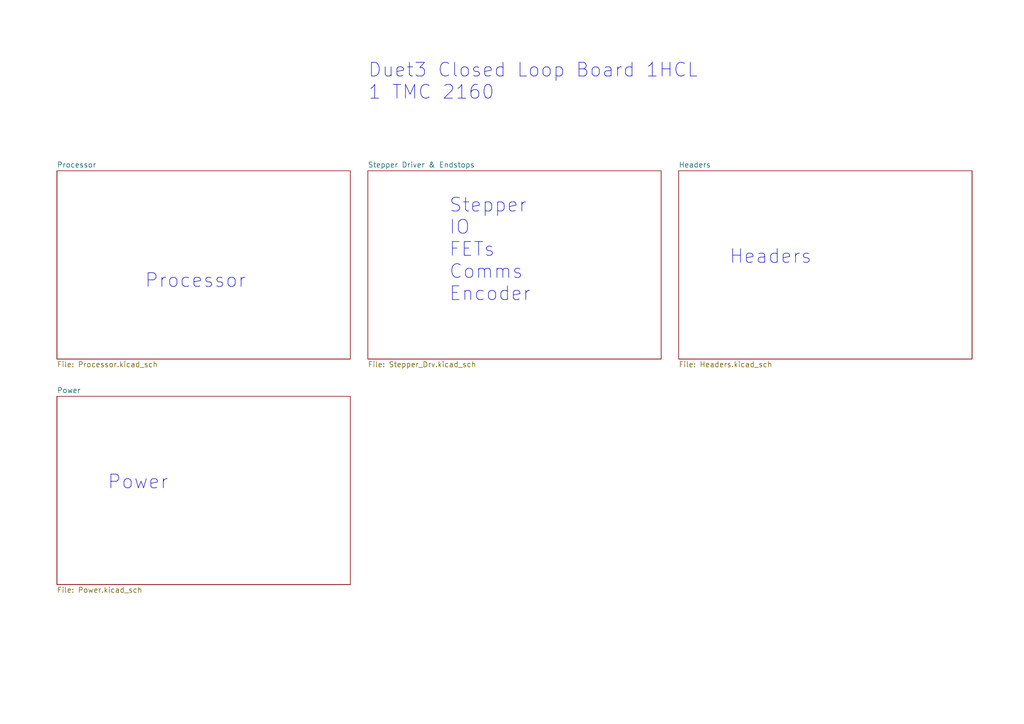
<source format=kicad_sch>
(kicad_sch (version 20211123) (generator eeschema)
  (paper "A4")
  (title_block (title "Duet 3 Expansion 1HCL") (date "2023-05-15") (rev "1.0a - AA-02-01") (company "Duet3D") (comment 1 "(c) Duet3D") (comment 2 "www.duet3d.com"))
  (lib_symbols)
  (text "Power" (at 31.115 142.24 0) (effects (font (size 3.9878 3.9878)) (justify left bottom)))
  (text "Duet3 Closed Loop Board 1HCL\n1 TMC 2160" (at 106.68 29.21 0) (effects (font (size 3.9878 3.9878)) (justify left bottom)))
  (text "Processor\n" (at 41.91 83.82 0) (effects (font (size 3.9878 3.9878)) (justify left bottom)))
  (text "Stepper\nIO\nFETs\nComms\nEncoder" (at 130.175 87.63 0) (effects (font (size 3.9878 3.9878)) (justify left bottom)))
  (text "Headers" (at 211.455 76.835 0) (effects (font (size 3.9878 3.9878)) (justify left bottom)))
  (sheet (at 16.51 49.53) (size 85.09 54.61)
    (property "Sheet name" "Processor" (at 16.51 48.6914 0) (effects (font (size 1.524 1.524)) (justify left bottom)))
    (property "Sheet file" "Processor.kicad_sch" (at 16.51 104.8262 0) (effects (font (size 1.524 1.524)) (justify left top)))
  )
  (sheet (at 106.68 49.53) (size 85.09 54.61)
    (property "Sheet name" "Stepper Driver & Endstops" (at 106.68 48.6914 0) (effects (font (size 1.524 1.524)) (justify left bottom)))
    (property "Sheet file" "Stepper_Drv.kicad_sch" (at 106.68 104.8262 0) (effects (font (size 1.524 1.524)) (justify left top)))
  )
  (sheet (at 196.85 49.53) (size 85.09 54.61)
    (property "Sheet name" "Headers" (at 196.85 48.6914 0) (effects (font (size 1.524 1.524)) (justify left bottom)))
    (property "Sheet file" "Headers.kicad_sch" (at 196.85 104.8262 0) (effects (font (size 1.524 1.524)) (justify left top)))
  )
  (sheet (at 16.51 114.935) (size 85.09 54.61)
    (property "Sheet name" "Power" (at 16.51 114.0964 0) (effects (font (size 1.524 1.524)) (justify left bottom)))
    (property "Sheet file" "Power.kicad_sch" (at 16.51 170.2312 0) (effects (font (size 1.524 1.524)) (justify left top)))
  )
)
</source>
